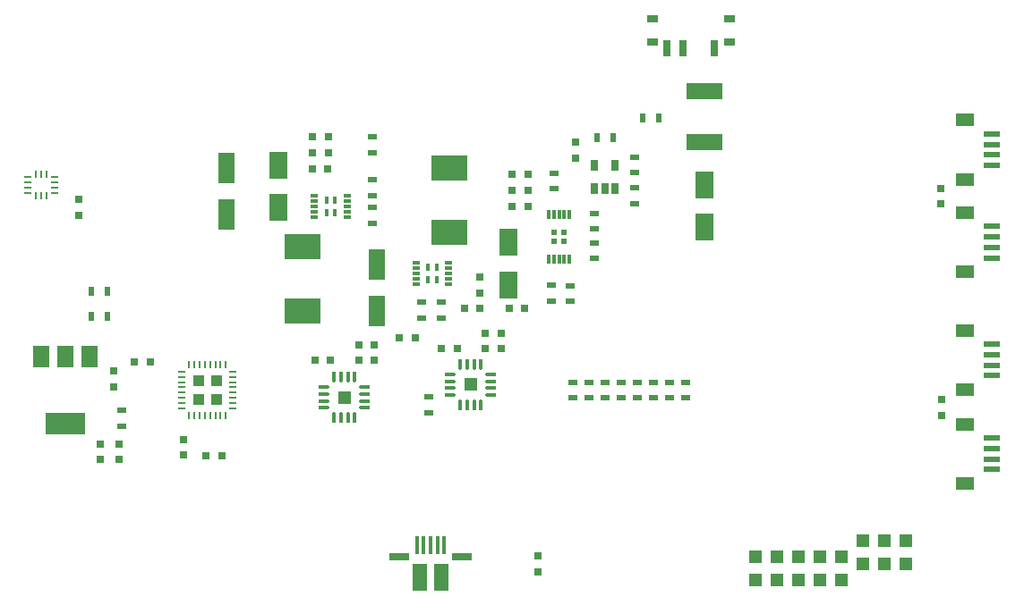
<source format=gbr>
G04 #@! TF.GenerationSoftware,KiCad,Pcbnew,(5.0.0)*
G04 #@! TF.CreationDate,2020-03-16T18:36:37-04:00*
G04 #@! TF.ProjectId,Temple_RPi_HAT,54656D706C655F5250695F4841542E6B,rev?*
G04 #@! TF.SameCoordinates,Original*
G04 #@! TF.FileFunction,Paste,Top*
G04 #@! TF.FilePolarity,Positive*
%FSLAX46Y46*%
G04 Gerber Fmt 4.6, Leading zero omitted, Abs format (unit mm)*
G04 Created by KiCad (PCBNEW (5.0.0)) date 03/16/20 18:36:37*
%MOMM*%
%LPD*%
G01*
G04 APERTURE LIST*
%ADD10R,0.350000X0.825000*%
%ADD11C,0.350000*%
%ADD12R,0.825000X0.350000*%
%ADD13R,1.260000X1.260000*%
%ADD14R,1.200000X1.200000*%
%ADD15R,0.250000X0.675000*%
%ADD16R,0.675000X0.250000*%
%ADD17R,0.305000X0.890000*%
%ADD18R,0.564000X0.504000*%
%ADD19R,3.500000X1.600000*%
%ADD20R,3.500000X2.350000*%
%ADD21R,0.650000X0.300000*%
%ADD22R,0.465000X0.744000*%
%ADD23R,1.800000X2.500000*%
%ADD24R,0.700000X1.500000*%
%ADD25R,1.000000X0.800000*%
%ADD26R,0.650000X1.060000*%
%ADD27R,3.800000X2.000000*%
%ADD28R,1.500000X2.000000*%
%ADD29R,1.800000X1.200000*%
%ADD30R,1.550000X0.600000*%
%ADD31R,1.425000X2.500000*%
%ADD32R,1.825000X0.700000*%
%ADD33R,0.400000X1.750000*%
%ADD34R,0.700000X0.250000*%
%ADD35R,0.250000X0.700000*%
%ADD36R,1.035000X1.035000*%
%ADD37R,0.500000X0.900000*%
%ADD38R,0.900000X0.500000*%
%ADD39R,0.800000X0.750000*%
%ADD40R,0.750000X0.800000*%
%ADD41R,1.600000X3.000000*%
G04 APERTURE END LIST*
D10*
G04 #@! TO.C,U10*
X102254000Y-163478000D03*
D11*
X102254000Y-163065500D03*
D10*
X102904000Y-163478000D03*
D11*
X102904000Y-163065500D03*
D10*
X103554000Y-163478000D03*
D11*
X103554000Y-163065500D03*
D10*
X104204000Y-163478000D03*
D11*
X104204000Y-163065500D03*
D12*
X105216500Y-162465500D03*
D11*
X104804000Y-162465500D03*
D12*
X105216500Y-161815500D03*
D11*
X104804000Y-161815500D03*
D12*
X105216500Y-161165500D03*
D11*
X104804000Y-161165500D03*
D12*
X105216500Y-160515500D03*
D11*
X104804000Y-160515500D03*
D10*
X104204000Y-159503000D03*
D11*
X104204000Y-159915500D03*
D10*
X103554000Y-159503000D03*
D11*
X103554000Y-159915500D03*
D10*
X102904000Y-159503000D03*
D11*
X102904000Y-159915500D03*
D10*
X102254000Y-159503000D03*
D11*
X102254000Y-159915500D03*
D12*
X101241500Y-160515500D03*
D11*
X101654000Y-160515500D03*
D12*
X101241500Y-161165500D03*
D11*
X101654000Y-161165500D03*
D12*
X101241500Y-161815500D03*
D11*
X101654000Y-161815500D03*
D12*
X101241500Y-162465500D03*
D11*
X101654000Y-162465500D03*
D13*
X103229000Y-161490500D03*
G04 #@! TD*
D14*
G04 #@! TO.C,D1*
X156315000Y-175090000D03*
X156315000Y-177290000D03*
G04 #@! TD*
D15*
G04 #@! TO.C,U1*
X74565000Y-140317500D03*
X74065000Y-140317500D03*
X75065000Y-140317500D03*
X74065000Y-142342500D03*
X74565000Y-142342500D03*
X75065000Y-142342500D03*
D16*
X73302500Y-140580000D03*
X73302500Y-141080000D03*
X73302500Y-141580000D03*
X73302500Y-142080000D03*
X75827500Y-142080000D03*
X75827500Y-141580000D03*
X75827500Y-141080000D03*
X75827500Y-140580000D03*
G04 #@! TD*
D17*
G04 #@! TO.C,U6*
X122535000Y-148355000D03*
X123035000Y-148355000D03*
X123535000Y-148355000D03*
X124035000Y-148355000D03*
X124535000Y-148355000D03*
X124535000Y-144145000D03*
X124035000Y-144145000D03*
X123535000Y-144145000D03*
X123035000Y-144145000D03*
X122535000Y-144145000D03*
D18*
X124005000Y-145830000D03*
X123065000Y-145830000D03*
X124005000Y-146670000D03*
X123065000Y-146670000D03*
G04 #@! TD*
D14*
G04 #@! TO.C,D6*
X146155000Y-176614000D03*
X146155000Y-178814000D03*
G04 #@! TD*
G04 #@! TO.C,D7*
X144123000Y-176614000D03*
X144123000Y-178814000D03*
G04 #@! TD*
G04 #@! TO.C,D9*
X142091000Y-176614000D03*
X142091000Y-178814000D03*
G04 #@! TD*
G04 #@! TO.C,D10*
X150219000Y-176614000D03*
X150219000Y-178814000D03*
G04 #@! TD*
D19*
G04 #@! TO.C,F1*
X137265000Y-132432000D03*
X137265000Y-137312000D03*
G04 #@! TD*
D20*
G04 #@! TO.C,L1*
X99292000Y-153287000D03*
X99292000Y-147237000D03*
G04 #@! TD*
G04 #@! TO.C,L2*
X113135000Y-139761500D03*
X113135000Y-145811500D03*
G04 #@! TD*
D21*
G04 #@! TO.C,U4*
X100402500Y-142396000D03*
X100402500Y-142896000D03*
X100402500Y-143396000D03*
X100402500Y-143896000D03*
X100402500Y-144396000D03*
X103502500Y-144396000D03*
X103502500Y-143896000D03*
X103502500Y-143396000D03*
X103502500Y-142896000D03*
X103502500Y-142396000D03*
D22*
X102340000Y-144016000D03*
X102340000Y-142776000D03*
X101565000Y-144016000D03*
X101565000Y-142776000D03*
G04 #@! TD*
D21*
G04 #@! TO.C,U5*
X113097500Y-150731000D03*
X113097500Y-150231000D03*
X113097500Y-149731000D03*
X113097500Y-149231000D03*
X113097500Y-148731000D03*
X109997500Y-148731000D03*
X109997500Y-149231000D03*
X109997500Y-149731000D03*
X109997500Y-150231000D03*
X109997500Y-150731000D03*
D22*
X111160000Y-149111000D03*
X111160000Y-150351000D03*
X111935000Y-149111000D03*
X111935000Y-150351000D03*
G04 #@! TD*
D14*
G04 #@! TO.C,D2*
X152251000Y-175090000D03*
X152251000Y-177290000D03*
G04 #@! TD*
G04 #@! TO.C,D3*
X154283000Y-175090000D03*
X154283000Y-177290000D03*
G04 #@! TD*
D23*
G04 #@! TO.C,D4*
X97006000Y-139508000D03*
X97006000Y-143508000D03*
G04 #@! TD*
G04 #@! TO.C,D5*
X118723000Y-150810000D03*
X118723000Y-146810000D03*
G04 #@! TD*
G04 #@! TO.C,D8*
X137315000Y-145330000D03*
X137315000Y-141330000D03*
G04 #@! TD*
D24*
G04 #@! TO.C,SW2*
X138245000Y-128428000D03*
X135245000Y-128428000D03*
X133745000Y-128428000D03*
D25*
X139645000Y-125568000D03*
X132345000Y-125568000D03*
X132345000Y-127778000D03*
X139645000Y-127778000D03*
G04 #@! TD*
D26*
G04 #@! TO.C,U7*
X126917000Y-141730000D03*
X127867000Y-141730000D03*
X128817000Y-141730000D03*
X128817000Y-139530000D03*
X126917000Y-139530000D03*
G04 #@! TD*
D27*
G04 #@! TO.C,U8*
X76815000Y-163930000D03*
D28*
X76815000Y-157630000D03*
X74515000Y-157630000D03*
X79115000Y-157630000D03*
G04 #@! TD*
D10*
G04 #@! TO.C,U9*
X114192000Y-162259500D03*
D11*
X114192000Y-161847000D03*
D10*
X114842000Y-162259500D03*
D11*
X114842000Y-161847000D03*
D10*
X115492000Y-162259500D03*
D11*
X115492000Y-161847000D03*
D10*
X116142000Y-162259500D03*
D11*
X116142000Y-161847000D03*
D12*
X117154500Y-161247000D03*
D11*
X116742000Y-161247000D03*
D12*
X117154500Y-160597000D03*
D11*
X116742000Y-160597000D03*
D12*
X117154500Y-159947000D03*
D11*
X116742000Y-159947000D03*
D12*
X117154500Y-159297000D03*
D11*
X116742000Y-159297000D03*
D10*
X116142000Y-158284500D03*
D11*
X116142000Y-158697000D03*
D10*
X115492000Y-158284500D03*
D11*
X115492000Y-158697000D03*
D10*
X114842000Y-158284500D03*
D11*
X114842000Y-158697000D03*
D10*
X114192000Y-158284500D03*
D11*
X114192000Y-158697000D03*
D12*
X113179500Y-159297000D03*
D11*
X113592000Y-159297000D03*
D12*
X113179500Y-159947000D03*
D11*
X113592000Y-159947000D03*
D12*
X113179500Y-160597000D03*
D11*
X113592000Y-160597000D03*
D12*
X113179500Y-161247000D03*
D11*
X113592000Y-161247000D03*
D13*
X115167000Y-160272000D03*
G04 #@! TD*
D29*
G04 #@! TO.C,EN1*
X161909636Y-164016810D03*
X161909636Y-169616810D03*
D30*
X164434636Y-165316810D03*
X164434636Y-166316810D03*
X164434636Y-167316810D03*
X164434636Y-168316810D03*
G04 #@! TD*
D29*
G04 #@! TO.C,EN2*
X161909636Y-155126810D03*
X161909636Y-160726810D03*
D30*
X164434636Y-156426810D03*
X164434636Y-157426810D03*
X164434636Y-158426810D03*
X164434636Y-159426810D03*
G04 #@! TD*
D29*
G04 #@! TO.C,EN3*
X161909636Y-143986810D03*
X161909636Y-149586810D03*
D30*
X164434636Y-145286810D03*
X164434636Y-146286810D03*
X164434636Y-147286810D03*
X164434636Y-148286810D03*
G04 #@! TD*
D29*
G04 #@! TO.C,EN4*
X161909636Y-135211810D03*
X161909636Y-140811810D03*
D30*
X164434636Y-136511810D03*
X164434636Y-137511810D03*
X164434636Y-138511810D03*
X164434636Y-139511810D03*
G04 #@! TD*
D31*
G04 #@! TO.C,J8*
X110376000Y-178532000D03*
D32*
X114366000Y-176572000D03*
D33*
X112676000Y-175457000D03*
X112026000Y-175457000D03*
X111376000Y-175457000D03*
X110726000Y-175457000D03*
X110076000Y-175457000D03*
D32*
X108386000Y-176572000D03*
D31*
X112376000Y-178532000D03*
G04 #@! TD*
D14*
G04 #@! TO.C,D11*
X148187000Y-176614000D03*
X148187000Y-178814000D03*
G04 #@! TD*
D34*
G04 #@! TO.C,U2*
X92675000Y-162530000D03*
X92675000Y-162030000D03*
X92675000Y-161530000D03*
X92675000Y-161030000D03*
X92675000Y-160530000D03*
X92675000Y-160030000D03*
X92675000Y-159530000D03*
X92675000Y-159030000D03*
D35*
X92025000Y-158380000D03*
X91525000Y-158380000D03*
X91025000Y-158380000D03*
X90525000Y-158380000D03*
X90025000Y-158380000D03*
X89525000Y-158380000D03*
X89025000Y-158380000D03*
X88525000Y-158380000D03*
D34*
X87875000Y-159030000D03*
X87875000Y-159530000D03*
X87875000Y-160030000D03*
X87875000Y-160530000D03*
X87875000Y-161030000D03*
X87875000Y-161530000D03*
X87875000Y-162030000D03*
X87875000Y-162530000D03*
D35*
X88525000Y-163180000D03*
X89025000Y-163180000D03*
X89525000Y-163180000D03*
X90025000Y-163180000D03*
X90525000Y-163180000D03*
X91025000Y-163180000D03*
X91525000Y-163180000D03*
X92025000Y-163180000D03*
D36*
X89412500Y-159917500D03*
X89412500Y-161642500D03*
X91137500Y-159917500D03*
X91137500Y-161642500D03*
G04 #@! TD*
D37*
G04 #@! TO.C,R1*
X79315000Y-153830000D03*
X80815000Y-153830000D03*
G04 #@! TD*
G04 #@! TO.C,R2*
X79315000Y-151390000D03*
X80815000Y-151390000D03*
G04 #@! TD*
D38*
G04 #@! TO.C,R3*
X135487000Y-161542000D03*
X135487000Y-160042000D03*
G04 #@! TD*
G04 #@! TO.C,R4*
X129391000Y-160042000D03*
X129391000Y-161542000D03*
G04 #@! TD*
G04 #@! TO.C,R5*
X82147000Y-164185000D03*
X82147000Y-162685000D03*
G04 #@! TD*
G04 #@! TO.C,R29*
X132439000Y-161542000D03*
X132439000Y-160042000D03*
G04 #@! TD*
G04 #@! TO.C,R30*
X105896000Y-142353000D03*
X105896000Y-140853000D03*
G04 #@! TD*
G04 #@! TO.C,R31*
X105896000Y-145008000D03*
X105896000Y-143508000D03*
G04 #@! TD*
G04 #@! TO.C,R32*
X112415000Y-152430000D03*
X112415000Y-153930000D03*
G04 #@! TD*
G04 #@! TO.C,R33*
X110515000Y-153930000D03*
X110515000Y-152430000D03*
G04 #@! TD*
G04 #@! TO.C,R34*
X133963000Y-161542000D03*
X133963000Y-160042000D03*
G04 #@! TD*
G04 #@! TO.C,R35*
X122787000Y-150874000D03*
X122787000Y-152374000D03*
G04 #@! TD*
G04 #@! TO.C,R36*
X124565000Y-150898000D03*
X124565000Y-152398000D03*
G04 #@! TD*
G04 #@! TO.C,R37*
X105896000Y-136801000D03*
X105896000Y-138301000D03*
G04 #@! TD*
D37*
G04 #@! TO.C,R38*
X127129000Y-136904000D03*
X128629000Y-136904000D03*
G04 #@! TD*
D38*
G04 #@! TO.C,R39*
X126851000Y-146834000D03*
X126851000Y-148334000D03*
G04 #@! TD*
G04 #@! TO.C,R40*
X123041000Y-140230000D03*
X123041000Y-141730000D03*
G04 #@! TD*
G04 #@! TO.C,R41*
X126851000Y-144040000D03*
X126851000Y-145540000D03*
G04 #@! TD*
G04 #@! TO.C,R42*
X127867000Y-161542000D03*
X127867000Y-160042000D03*
G04 #@! TD*
G04 #@! TO.C,R43*
X126343000Y-161542000D03*
X126343000Y-160042000D03*
G04 #@! TD*
G04 #@! TO.C,R44*
X130661000Y-141603000D03*
X130661000Y-143103000D03*
G04 #@! TD*
G04 #@! TO.C,R45*
X130661000Y-138706000D03*
X130661000Y-140206000D03*
G04 #@! TD*
G04 #@! TO.C,R46*
X124819000Y-161542000D03*
X124819000Y-160042000D03*
G04 #@! TD*
G04 #@! TO.C,R47*
X130915000Y-161542000D03*
X130915000Y-160042000D03*
G04 #@! TD*
D37*
G04 #@! TO.C,R48*
X131447000Y-134999000D03*
X132947000Y-134999000D03*
G04 #@! TD*
D39*
G04 #@! TO.C,C2*
X101705000Y-136777000D03*
X100205000Y-136777000D03*
G04 #@! TD*
G04 #@! TO.C,C3*
X114565000Y-153080000D03*
X116065000Y-153080000D03*
G04 #@! TD*
G04 #@! TO.C,C4*
X101693000Y-138301000D03*
X100193000Y-138301000D03*
G04 #@! TD*
G04 #@! TO.C,C5*
X120315000Y-153080000D03*
X118815000Y-153080000D03*
G04 #@! TD*
D40*
G04 #@! TO.C,C7*
X116081400Y-150080000D03*
X116081400Y-151580000D03*
G04 #@! TD*
D39*
G04 #@! TO.C,C8*
X109936000Y-155827000D03*
X108436000Y-155827000D03*
G04 #@! TD*
D40*
G04 #@! TO.C,C9*
X125073000Y-137285000D03*
X125073000Y-138785000D03*
G04 #@! TD*
D39*
G04 #@! TO.C,C12*
X119104000Y-143381000D03*
X120604000Y-143381000D03*
G04 #@! TD*
G04 #@! TO.C,C13*
X119116000Y-141857000D03*
X120616000Y-141857000D03*
G04 #@! TD*
G04 #@! TO.C,C14*
X119104000Y-140333000D03*
X120604000Y-140333000D03*
G04 #@! TD*
D41*
G04 #@! TO.C,C10*
X92053000Y-139784000D03*
X92053000Y-144184000D03*
G04 #@! TD*
G04 #@! TO.C,C11*
X106277000Y-153328000D03*
X106277000Y-148928000D03*
G04 #@! TD*
D39*
G04 #@! TO.C,C6*
X101681000Y-139825000D03*
X100181000Y-139825000D03*
G04 #@! TD*
G04 #@! TO.C,C15*
X113897000Y-156843000D03*
X112397000Y-156843000D03*
G04 #@! TD*
G04 #@! TO.C,C16*
X100435000Y-157922500D03*
X101935000Y-157922500D03*
G04 #@! TD*
G04 #@! TO.C,C17*
X118088000Y-156843000D03*
X116588000Y-156843000D03*
G04 #@! TD*
G04 #@! TO.C,C18*
X104586500Y-156525500D03*
X106086500Y-156525500D03*
G04 #@! TD*
G04 #@! TO.C,C19*
X116564000Y-155446000D03*
X118064000Y-155446000D03*
G04 #@! TD*
G04 #@! TO.C,C20*
X104586500Y-157922500D03*
X106086500Y-157922500D03*
G04 #@! TD*
D40*
G04 #@! TO.C,C21*
X159642400Y-141653800D03*
X159642400Y-143153800D03*
G04 #@! TD*
G04 #@! TO.C,C22*
X121555100Y-177989900D03*
X121555100Y-176489900D03*
G04 #@! TD*
G04 #@! TO.C,C23*
X159693200Y-161694400D03*
X159693200Y-163194400D03*
G04 #@! TD*
D38*
G04 #@! TO.C,R8*
X111230000Y-161415000D03*
X111230000Y-162915000D03*
G04 #@! TD*
D40*
G04 #@! TO.C,C1*
X78083000Y-142746000D03*
X78083000Y-144246000D03*
G04 #@! TD*
D39*
G04 #@! TO.C,C24*
X83365000Y-158105000D03*
X84865000Y-158105000D03*
G04 #@! TD*
G04 #@! TO.C,C25*
X90140000Y-167030000D03*
X91640000Y-167030000D03*
G04 #@! TD*
D40*
G04 #@! TO.C,C26*
X88015000Y-165455000D03*
X88015000Y-166955000D03*
G04 #@! TD*
G04 #@! TO.C,C27*
X81385000Y-160502000D03*
X81385000Y-159002000D03*
G04 #@! TD*
G04 #@! TO.C,C28*
X81893000Y-167384000D03*
X81893000Y-165884000D03*
G04 #@! TD*
G04 #@! TO.C,C29*
X80115000Y-165884000D03*
X80115000Y-167384000D03*
G04 #@! TD*
M02*

</source>
